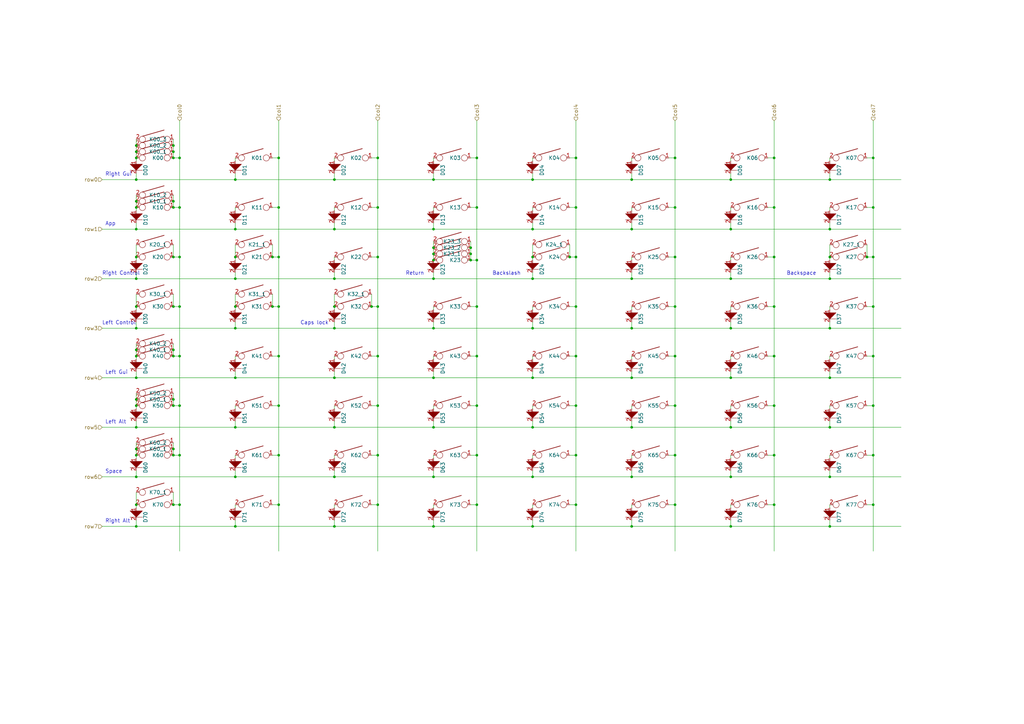
<source format=kicad_sch>
(kicad_sch (version 20230121) (generator eeschema)
  (paper "A3")
  (title_block (title "xKB64 keyboard PCB") (date "2015/03") (rev "A") (company "TMK, Tokyo JAPAN"))
  (junction (at 71.12 186.69))
  (junction (at 195.58 207.01))
  (junction (at 114.3 125.73))
  (junction (at 55.88 195.58))
  (junction (at 195.58 106.68))
  (junction (at 358.14 105.41))
  (junction (at 114.3 186.69))
  (junction (at 276.86 166.37))
  (junction (at 177.8 134.62))
  (junction (at 236.22 125.73))
  (junction (at 177.8 154.94))
  (junction (at 358.14 186.69))
  (junction (at 340.36 73.66))
  (junction (at 71.12 64.77))
  (junction (at 71.12 82.55))
  (junction (at 218.44 175.26))
  (junction (at 154.94 105.41))
  (junction (at 299.72 175.26))
  (junction (at 71.12 143.51))
  (junction (at 259.08 215.9))
  (junction (at 55.88 134.62))
  (junction (at 73.66 146.05))
  (junction (at 137.16 134.62))
  (junction (at 193.04 106.68))
  (junction (at 55.88 114.3))
  (junction (at 55.88 207.01))
  (junction (at 358.14 64.77))
  (junction (at 177.8 114.3))
  (junction (at 233.68 105.41))
  (junction (at 55.88 85.09))
  (junction (at 55.88 125.73))
  (junction (at 73.66 186.69))
  (junction (at 236.22 85.09))
  (junction (at 55.88 64.77))
  (junction (at 154.94 125.73))
  (junction (at 55.88 215.9))
  (junction (at 317.5 85.09))
  (junction (at 55.88 143.51))
  (junction (at 71.12 105.41))
  (junction (at 358.14 85.09))
  (junction (at 299.72 195.58))
  (junction (at 96.52 154.94))
  (junction (at 55.88 146.05))
  (junction (at 154.94 64.77))
  (junction (at 259.08 73.66))
  (junction (at 137.16 93.98))
  (junction (at 137.16 195.58))
  (junction (at 71.12 125.73))
  (junction (at 55.88 105.41))
  (junction (at 55.88 62.23))
  (junction (at 177.8 101.6))
  (junction (at 340.36 154.94))
  (junction (at 218.44 134.62))
  (junction (at 193.04 101.6))
  (junction (at 111.76 105.41))
  (junction (at 195.58 64.77))
  (junction (at 154.94 85.09))
  (junction (at 71.12 163.83))
  (junction (at 340.36 195.58))
  (junction (at 71.12 207.01))
  (junction (at 276.86 186.69))
  (junction (at 276.86 64.77))
  (junction (at 152.4 125.73))
  (junction (at 236.22 105.41))
  (junction (at 259.08 134.62))
  (junction (at 71.12 59.69))
  (junction (at 177.8 195.58))
  (junction (at 340.36 175.26))
  (junction (at 317.5 186.69))
  (junction (at 154.94 146.05))
  (junction (at 317.5 146.05))
  (junction (at 299.72 134.62))
  (junction (at 276.86 105.41))
  (junction (at 55.88 184.15))
  (junction (at 96.52 105.41))
  (junction (at 55.88 59.69))
  (junction (at 195.58 125.73))
  (junction (at 299.72 154.94))
  (junction (at 137.16 114.3))
  (junction (at 137.16 73.66))
  (junction (at 177.8 93.98))
  (junction (at 55.88 82.55))
  (junction (at 73.66 207.01))
  (junction (at 177.8 175.26))
  (junction (at 73.66 64.77))
  (junction (at 96.52 134.62))
  (junction (at 114.3 105.41))
  (junction (at 55.88 175.26))
  (junction (at 114.3 64.77))
  (junction (at 299.72 114.3))
  (junction (at 358.14 146.05))
  (junction (at 137.16 175.26))
  (junction (at 218.44 154.94))
  (junction (at 73.66 125.73))
  (junction (at 71.12 166.37))
  (junction (at 114.3 207.01))
  (junction (at 177.8 104.14))
  (junction (at 154.94 207.01))
  (junction (at 317.5 64.77))
  (junction (at 317.5 125.73))
  (junction (at 317.5 207.01))
  (junction (at 111.76 125.73))
  (junction (at 340.36 105.41))
  (junction (at 73.66 166.37))
  (junction (at 55.88 154.94))
  (junction (at 317.5 166.37))
  (junction (at 236.22 166.37))
  (junction (at 96.52 114.3))
  (junction (at 299.72 215.9))
  (junction (at 259.08 195.58))
  (junction (at 177.8 106.68))
  (junction (at 340.36 215.9))
  (junction (at 177.8 73.66))
  (junction (at 299.72 93.98))
  (junction (at 276.86 146.05))
  (junction (at 154.94 186.69))
  (junction (at 259.08 154.94))
  (junction (at 259.08 175.26))
  (junction (at 195.58 166.37))
  (junction (at 340.36 93.98))
  (junction (at 236.22 186.69))
  (junction (at 299.72 73.66))
  (junction (at 137.16 215.9))
  (junction (at 259.08 93.98))
  (junction (at 114.3 85.09))
  (junction (at 236.22 207.01))
  (junction (at 96.52 215.9))
  (junction (at 154.94 166.37))
  (junction (at 218.44 195.58))
  (junction (at 137.16 154.94))
  (junction (at 96.52 93.98))
  (junction (at 96.52 195.58))
  (junction (at 114.3 166.37))
  (junction (at 317.5 105.41))
  (junction (at 218.44 73.66))
  (junction (at 55.88 186.69))
  (junction (at 236.22 64.77))
  (junction (at 73.66 105.41))
  (junction (at 218.44 215.9))
  (junction (at 195.58 85.09))
  (junction (at 96.52 125.73))
  (junction (at 114.3 146.05))
  (junction (at 195.58 186.69))
  (junction (at 55.88 73.66))
  (junction (at 195.58 146.05))
  (junction (at 55.88 93.98))
  (junction (at 96.52 73.66))
  (junction (at 358.14 125.73))
  (junction (at 218.44 93.98))
  (junction (at 71.12 146.05))
  (junction (at 355.6 105.41))
  (junction (at 96.52 175.26))
  (junction (at 340.36 114.3))
  (junction (at 358.14 207.01))
  (junction (at 358.14 166.37))
  (junction (at 236.22 146.05))
  (junction (at 73.66 85.09))
  (junction (at 137.16 125.73))
  (junction (at 193.04 104.14))
  (junction (at 55.88 163.83))
  (junction (at 276.86 85.09))
  (junction (at 177.8 215.9))
  (junction (at 55.88 166.37))
  (junction (at 218.44 114.3))
  (junction (at 276.86 125.73))
  (junction (at 71.12 85.09))
  (junction (at 259.08 114.3))
  (junction (at 71.12 184.15))
  (junction (at 218.44 105.41))
  (junction (at 276.86 207.01))
  (junction (at 71.12 62.23))
  (junction (at 340.36 134.62))
  (wire (pts (xy 236.22 146.05) (xy 236.22 166.37)))
  (wire (pts (xy 233.68 146.05) (xy 236.22 146.05)))
  (wire (pts (xy 259.08 215.9) (xy 259.08 213.36)))
  (wire (pts (xy 154.94 105.41) (xy 154.94 125.73)))
  (wire (pts (xy 177.8 134.62) (xy 218.44 134.62)))
  (wire (pts (xy 193.04 125.73) (xy 195.58 125.73)))
  (wire (pts (xy 55.88 207.01) (xy 55.88 208.28)))
  (wire (pts (xy 96.52 100.33) (xy 96.52 105.41)))
  (wire (pts (xy 137.16 114.3) (xy 137.16 111.76)))
  (wire (pts (xy 177.8 147.32) (xy 177.8 146.05)))
  (wire (pts (xy 218.44 154.94) (xy 218.44 152.4)))
  (wire (pts (xy 55.88 134.62) (xy 96.52 134.62)))
  (wire (pts (xy 299.72 134.62) (xy 340.36 134.62)))
  (wire (pts (xy 137.16 167.64) (xy 137.16 166.37)))
  (wire (pts (xy 55.88 175.26) (xy 55.88 172.72)))
  (wire (pts (xy 299.72 154.94) (xy 299.72 152.4)))
  (wire (pts (xy 259.08 106.68) (xy 259.08 105.41)))
  (wire (pts (xy 73.66 186.69) (xy 73.66 207.01)))
  (wire (pts (xy 152.4 186.69) (xy 154.94 186.69)))
  (wire (pts (xy 299.72 195.58) (xy 299.72 193.04)))
  (wire (pts (xy 55.88 73.66) (xy 55.88 71.12)))
  (wire (pts (xy 177.8 175.26) (xy 218.44 175.26)))
  (wire (pts (xy 299.72 195.58) (xy 340.36 195.58)))
  (wire (pts (xy 71.12 201.93) (xy 71.12 207.01)))
  (wire (pts (xy 195.58 64.77) (xy 195.58 85.09)))
  (wire (pts (xy 340.36 215.9) (xy 340.36 213.36)))
  (wire (pts (xy 137.16 187.96) (xy 137.16 186.69)))
  (wire (pts (xy 340.36 93.98) (xy 369.57 93.98)))
  (wire (pts (xy 358.14 105.41) (xy 358.14 125.73)))
  (wire (pts (xy 73.66 207.01) (xy 73.66 226.06)))
  (wire (pts (xy 236.22 49.53) (xy 236.22 64.77)))
  (wire (pts (xy 55.88 195.58) (xy 55.88 193.04)))
  (wire (pts (xy 177.8 215.9) (xy 218.44 215.9)))
  (wire (pts (xy 137.16 134.62) (xy 137.16 132.08)))
  (wire (pts (xy 236.22 125.73) (xy 236.22 146.05)))
  (wire (pts (xy 317.5 207.01) (xy 317.5 226.06)))
  (wire (pts (xy 355.6 85.09) (xy 358.14 85.09)))
  (wire (pts (xy 96.52 154.94) (xy 96.52 152.4)))
  (wire (pts (xy 355.6 100.33) (xy 355.6 105.41)))
  (wire (pts (xy 96.52 86.36) (xy 96.52 85.09)))
  (wire (pts (xy 177.8 93.98) (xy 177.8 91.44)))
  (wire (pts (xy 177.8 114.3) (xy 218.44 114.3)))
  (wire (pts (xy 236.22 85.09) (xy 236.22 105.41)))
  (wire (pts (xy 195.58 85.09) (xy 195.58 106.68)))
  (wire (pts (xy 355.6 64.77) (xy 358.14 64.77)))
  (wire (pts (xy 55.88 114.3) (xy 55.88 111.76)))
  (wire (pts (xy 137.16 106.68) (xy 137.16 105.41)))
  (wire (pts (xy 317.5 85.09) (xy 317.5 105.41)))
  (wire (pts (xy 114.3 207.01) (xy 114.3 226.06)))
  (wire (pts (xy 41.91 175.26) (xy 55.88 175.26)))
  (wire (pts (xy 41.91 93.98) (xy 55.88 93.98)))
  (wire (pts (xy 274.32 186.69) (xy 276.86 186.69)))
  (wire (pts (xy 152.4 146.05) (xy 154.94 146.05)))
  (wire (pts (xy 259.08 66.04) (xy 259.08 64.77)))
  (wire (pts (xy 358.14 166.37) (xy 358.14 186.69)))
  (wire (pts (xy 276.86 166.37) (xy 276.86 186.69)))
  (wire (pts (xy 193.04 146.05) (xy 195.58 146.05)))
  (wire (pts (xy 340.36 175.26) (xy 340.36 172.72)))
  (wire (pts (xy 340.36 175.26) (xy 369.57 175.26)))
  (wire (pts (xy 154.94 186.69) (xy 154.94 207.01)))
  (wire (pts (xy 55.88 143.51) (xy 55.88 146.05)))
  (wire (pts (xy 340.36 147.32) (xy 340.36 146.05)))
  (wire (pts (xy 137.16 86.36) (xy 137.16 85.09)))
  (wire (pts (xy 55.88 120.65) (xy 55.88 125.73)))
  (wire (pts (xy 236.22 186.69) (xy 236.22 207.01)))
  (wire (pts (xy 96.52 105.41) (xy 96.52 106.68)))
  (wire (pts (xy 355.6 125.73) (xy 358.14 125.73)))
  (wire (pts (xy 259.08 187.96) (xy 259.08 186.69)))
  (wire (pts (xy 340.36 86.36) (xy 340.36 85.09)))
  (wire (pts (xy 299.72 73.66) (xy 299.72 71.12)))
  (wire (pts (xy 259.08 73.66) (xy 259.08 71.12)))
  (wire (pts (xy 71.12 120.65) (xy 71.12 125.73)))
  (wire (pts (xy 137.16 66.04) (xy 137.16 64.77)))
  (wire (pts (xy 71.12 181.61) (xy 71.12 184.15)))
  (wire (pts (xy 218.44 208.28) (xy 218.44 207.01)))
  (wire (pts (xy 55.88 201.93) (xy 55.88 207.01)))
  (wire (pts (xy 114.3 125.73) (xy 114.3 146.05)))
  (wire (pts (xy 177.8 154.94) (xy 177.8 152.4)))
  (wire (pts (xy 137.16 195.58) (xy 177.8 195.58)))
  (wire (pts (xy 299.72 134.62) (xy 299.72 132.08)))
  (wire (pts (xy 358.14 64.77) (xy 358.14 85.09)))
  (wire (pts (xy 299.72 127) (xy 299.72 125.73)))
  (wire (pts (xy 154.94 49.53) (xy 154.94 64.77)))
  (wire (pts (xy 137.16 154.94) (xy 137.16 152.4)))
  (wire (pts (xy 340.36 73.66) (xy 340.36 71.12)))
  (wire (pts (xy 259.08 114.3) (xy 299.72 114.3)))
  (wire (pts (xy 73.66 64.77) (xy 73.66 85.09)))
  (wire (pts (xy 299.72 175.26) (xy 299.72 172.72)))
  (wire (pts (xy 96.52 125.73) (xy 96.52 127)))
  (wire (pts (xy 41.91 154.94) (xy 55.88 154.94)))
  (wire (pts (xy 96.52 154.94) (xy 137.16 154.94)))
  (wire (pts (xy 299.72 86.36) (xy 299.72 85.09)))
  (wire (pts (xy 358.14 207.01) (xy 358.14 226.06)))
  (wire (pts (xy 177.8 195.58) (xy 177.8 193.04)))
  (wire (pts (xy 358.14 125.73) (xy 358.14 146.05)))
  (wire (pts (xy 71.12 82.55) (xy 71.12 85.09)))
  (wire (pts (xy 152.4 85.09) (xy 154.94 85.09)))
  (wire (pts (xy 193.04 64.77) (xy 195.58 64.77)))
  (wire (pts (xy 55.88 163.83) (xy 55.88 166.37)))
  (wire (pts (xy 152.4 207.01) (xy 154.94 207.01)))
  (wire (pts (xy 96.52 195.58) (xy 137.16 195.58)))
  (wire (pts (xy 218.44 86.36) (xy 218.44 85.09)))
  (wire (pts (xy 96.52 114.3) (xy 96.52 111.76)))
  (wire (pts (xy 259.08 195.58) (xy 299.72 195.58)))
  (wire (pts (xy 41.91 134.62) (xy 55.88 134.62)))
  (wire (pts (xy 233.68 207.01) (xy 236.22 207.01)))
  (wire (pts (xy 276.86 105.41) (xy 276.86 125.73)))
  (wire (pts (xy 177.8 208.28) (xy 177.8 207.01)))
  (wire (pts (xy 314.96 186.69) (xy 317.5 186.69)))
  (wire (pts (xy 154.94 207.01) (xy 154.94 226.06)))
  (wire (pts (xy 233.68 105.41) (xy 233.68 100.33)))
  (wire (pts (xy 96.52 175.26) (xy 96.52 172.72)))
  (wire (pts (xy 114.3 105.41) (xy 114.3 125.73)))
  (wire (pts (xy 96.52 120.65) (xy 96.52 125.73)))
  (wire (pts (xy 177.8 93.98) (xy 218.44 93.98)))
  (wire (pts (xy 71.12 59.69) (xy 71.12 62.23)))
  (wire (pts (xy 218.44 134.62) (xy 218.44 132.08)))
  (wire (pts (xy 299.72 66.04) (xy 299.72 64.77)))
  (wire (pts (xy 55.88 175.26) (xy 96.52 175.26)))
  (wire (pts (xy 73.66 166.37) (xy 73.66 186.69)))
  (wire (pts (xy 299.72 208.28) (xy 299.72 207.01)))
  (wire (pts (xy 55.88 85.09) (xy 55.88 86.36)))
  (wire (pts (xy 274.32 85.09) (xy 276.86 85.09)))
  (wire (pts (xy 314.96 105.41) (xy 317.5 105.41)))
  (wire (pts (xy 177.8 195.58) (xy 218.44 195.58)))
  (wire (pts (xy 177.8 104.14) (xy 177.8 106.68)))
  (wire (pts (xy 55.88 114.3) (xy 96.52 114.3)))
  (wire (pts (xy 259.08 195.58) (xy 259.08 193.04)))
  (wire (pts (xy 259.08 175.26) (xy 299.72 175.26)))
  (wire (pts (xy 340.36 127) (xy 340.36 125.73)))
  (wire (pts (xy 314.96 85.09) (xy 317.5 85.09)))
  (wire (pts (xy 299.72 114.3) (xy 299.72 111.76)))
  (wire (pts (xy 276.86 186.69) (xy 276.86 207.01)))
  (wire (pts (xy 111.76 166.37) (xy 114.3 166.37)))
  (wire (pts (xy 218.44 73.66) (xy 218.44 71.12)))
  (wire (pts (xy 71.12 161.29) (xy 71.12 163.83)))
  (wire (pts (xy 218.44 127) (xy 218.44 125.73)))
  (wire (pts (xy 177.8 114.3) (xy 177.8 111.76)))
  (wire (pts (xy 114.3 49.53) (xy 114.3 64.77)))
  (wire (pts (xy 177.8 101.6) (xy 177.8 104.14)))
  (wire (pts (xy 314.96 146.05) (xy 317.5 146.05)))
  (wire (pts (xy 355.6 186.69) (xy 358.14 186.69)))
  (wire (pts (xy 71.12 146.05) (xy 73.66 146.05)))
  (wire (pts (xy 71.12 62.23) (xy 71.12 64.77)))
  (wire (pts (xy 55.88 105.41) (xy 55.88 106.68)))
  (wire (pts (xy 96.52 73.66) (xy 96.52 71.12)))
  (wire (pts (xy 299.72 215.9) (xy 340.36 215.9)))
  (wire (pts (xy 299.72 167.64) (xy 299.72 166.37)))
  (wire (pts (xy 96.52 93.98) (xy 137.16 93.98)))
  (wire (pts (xy 358.14 85.09) (xy 358.14 105.41)))
  (wire (pts (xy 114.3 186.69) (xy 114.3 207.01)))
  (wire (pts (xy 259.08 208.28) (xy 259.08 207.01)))
  (wire (pts (xy 259.08 114.3) (xy 259.08 111.76)))
  (wire (pts (xy 218.44 195.58) (xy 259.08 195.58)))
  (wire (pts (xy 193.04 85.09) (xy 195.58 85.09)))
  (wire (pts (xy 340.36 134.62) (xy 340.36 132.08)))
  (wire (pts (xy 317.5 64.77) (xy 317.5 85.09)))
  (wire (pts (xy 276.86 125.73) (xy 276.86 146.05)))
  (wire (pts (xy 340.36 215.9) (xy 369.57 215.9)))
  (wire (pts (xy 340.36 73.66) (xy 369.57 73.66)))
  (wire (pts (xy 137.16 208.28) (xy 137.16 207.01)))
  (wire (pts (xy 195.58 186.69) (xy 195.58 207.01)))
  (wire (pts (xy 193.04 186.69) (xy 195.58 186.69)))
  (wire (pts (xy 218.44 175.26) (xy 259.08 175.26)))
  (wire (pts (xy 55.88 80.01) (xy 55.88 82.55)))
  (wire (pts (xy 236.22 105.41) (xy 236.22 125.73)))
  (wire (pts (xy 55.88 195.58) (xy 96.52 195.58)))
  (wire (pts (xy 111.76 120.65) (xy 111.76 125.73)))
  (wire (pts (xy 73.66 85.09) (xy 73.66 105.41)))
  (wire (pts (xy 177.8 187.96) (xy 177.8 186.69)))
  (wire (pts (xy 233.68 166.37) (xy 236.22 166.37)))
  (wire (pts (xy 55.88 215.9) (xy 96.52 215.9)))
  (wire (pts (xy 55.88 154.94) (xy 55.88 152.4)))
  (wire (pts (xy 317.5 186.69) (xy 317.5 207.01)))
  (wire (pts (xy 73.66 125.73) (xy 73.66 146.05)))
  (wire (pts (xy 55.88 184.15) (xy 55.88 186.69)))
  (wire (pts (xy 195.58 106.68) (xy 195.58 125.73)))
  (wire (pts (xy 177.8 215.9) (xy 177.8 213.36)))
  (wire (pts (xy 55.88 82.55) (xy 55.88 85.09)))
  (wire (pts (xy 218.44 114.3) (xy 218.44 111.76)))
  (wire (pts (xy 96.52 187.96) (xy 96.52 186.69)))
  (wire (pts (xy 218.44 93.98) (xy 259.08 93.98)))
  (wire (pts (xy 96.52 167.64) (xy 96.52 166.37)))
  (wire (pts (xy 193.04 106.68) (xy 193.04 104.14)))
  (wire (pts (xy 355.6 146.05) (xy 358.14 146.05)))
  (wire (pts (xy 276.86 207.01) (xy 276.86 226.06)))
  (wire (pts (xy 55.88 140.97) (xy 55.88 143.51)))
  (wire (pts (xy 55.88 93.98) (xy 96.52 93.98)))
  (wire (pts (xy 177.8 86.36) (xy 177.8 85.09)))
  (wire (pts (xy 96.52 114.3) (xy 137.16 114.3)))
  (wire (pts (xy 340.36 66.04) (xy 340.36 64.77)))
  (wire (pts (xy 195.58 166.37) (xy 195.58 186.69)))
  (wire (pts (xy 218.44 105.41) (xy 218.44 106.68)))
  (wire (pts (xy 195.58 146.05) (xy 195.58 166.37)))
  (wire (pts (xy 259.08 73.66) (xy 299.72 73.66)))
  (wire (pts (xy 314.96 207.01) (xy 317.5 207.01)))
  (wire (pts (xy 111.76 186.69) (xy 114.3 186.69)))
  (wire (pts (xy 236.22 64.77) (xy 236.22 85.09)))
  (wire (pts (xy 55.88 186.69) (xy 55.88 187.96)))
  (wire (pts (xy 218.44 215.9) (xy 218.44 213.36)))
  (wire (pts (xy 259.08 134.62) (xy 299.72 134.62)))
  (wire (pts (xy 96.52 215.9) (xy 96.52 213.36)))
  (wire (pts (xy 96.52 215.9) (xy 137.16 215.9)))
  (wire (pts (xy 218.44 215.9) (xy 259.08 215.9)))
  (wire (pts (xy 259.08 134.62) (xy 259.08 132.08)))
  (wire (pts (xy 114.3 85.09) (xy 114.3 105.41)))
  (wire (pts (xy 71.12 80.01) (xy 71.12 82.55)))
  (wire (pts (xy 340.36 167.64) (xy 340.36 166.37)))
  (wire (pts (xy 299.72 175.26) (xy 340.36 175.26)))
  (wire (pts (xy 340.36 154.94) (xy 340.36 152.4)))
  (wire (pts (xy 259.08 154.94) (xy 259.08 152.4)))
  (wire (pts (xy 193.04 101.6) (xy 193.04 99.06)))
  (wire (pts (xy 152.4 105.41) (xy 154.94 105.41)))
  (wire (pts (xy 55.88 161.29) (xy 55.88 163.83)))
  (wire (pts (xy 71.12 207.01) (xy 73.66 207.01)))
  (wire (pts (xy 55.88 73.66) (xy 96.52 73.66)))
  (wire (pts (xy 41.91 114.3) (xy 55.88 114.3)))
  (wire (pts (xy 218.44 114.3) (xy 259.08 114.3)))
  (wire (pts (xy 299.72 106.68) (xy 299.72 105.41)))
  (wire (pts (xy 274.32 125.73) (xy 276.86 125.73)))
  (wire (pts (xy 177.8 127) (xy 177.8 125.73)))
  (wire (pts (xy 55.88 62.23) (xy 55.88 64.77)))
  (wire (pts (xy 154.94 146.05) (xy 154.94 166.37)))
  (wire (pts (xy 71.12 143.51) (xy 71.12 146.05)))
  (wire (pts (xy 71.12 184.15) (xy 71.12 186.69)))
  (wire (pts (xy 340.36 100.33) (xy 340.36 105.41)))
  (wire (pts (xy 340.36 114.3) (xy 369.57 114.3)))
  (wire (pts (xy 236.22 207.01) (xy 236.22 226.06)))
  (wire (pts (xy 154.94 85.09) (xy 154.94 105.41)))
  (wire (pts (xy 218.44 93.98) (xy 218.44 91.44)))
  (wire (pts (xy 340.36 195.58) (xy 369.57 195.58)))
  (wire (pts (xy 96.52 73.66) (xy 137.16 73.66)))
  (wire (pts (xy 195.58 207.01) (xy 195.58 226.06)))
  (wire (pts (xy 299.72 114.3) (xy 340.36 114.3)))
  (wire (pts (xy 137.16 114.3) (xy 177.8 114.3)))
  (wire (pts (xy 71.12 64.77) (xy 73.66 64.77)))
  (wire (pts (xy 233.68 85.09) (xy 236.22 85.09)))
  (wire (pts (xy 177.8 66.04) (xy 177.8 64.77)))
  (wire (pts (xy 299.72 187.96) (xy 299.72 186.69)))
  (wire (pts (xy 259.08 215.9) (xy 299.72 215.9)))
  (wire (pts (xy 55.88 134.62) (xy 55.88 132.08)))
  (wire (pts (xy 299.72 147.32) (xy 299.72 146.05)))
  (wire (pts (xy 71.12 105.41) (xy 73.66 105.41)))
  (wire (pts (xy 274.32 105.41) (xy 276.86 105.41)))
  (wire (pts (xy 137.16 73.66) (xy 137.16 71.12)))
  (wire (pts (xy 96.52 134.62) (xy 96.52 132.08)))
  (wire (pts (xy 137.16 93.98) (xy 177.8 93.98)))
  (wire (pts (xy 137.16 73.66) (xy 177.8 73.66)))
  (wire (pts (xy 177.8 73.66) (xy 177.8 71.12)))
  (wire (pts (xy 55.88 125.73) (xy 55.88 127)))
  (wire (pts (xy 233.68 64.77) (xy 236.22 64.77)))
  (wire (pts (xy 177.8 154.94) (xy 218.44 154.94)))
  (wire (pts (xy 111.76 105.41) (xy 114.3 105.41)))
  (wire (pts (xy 177.8 167.64) (xy 177.8 166.37)))
  (wire (pts (xy 152.4 125.73) (xy 152.4 120.65)))
  (wire (pts (xy 96.52 134.62) (xy 137.16 134.62)))
  (wire (pts (xy 137.16 215.9) (xy 137.16 213.36)))
  (wire (pts (xy 218.44 147.32) (xy 218.44 146.05)))
  (wire (pts (xy 233.68 186.69) (xy 236.22 186.69)))
  (wire (pts (xy 299.72 215.9) (xy 299.72 213.36)))
  (wire (pts (xy 55.88 166.37) (xy 55.88 167.64)))
  (wire (pts (xy 276.86 49.53) (xy 276.86 64.77)))
  (wire (pts (xy 177.8 99.06) (xy 177.8 101.6)))
  (wire (pts (xy 71.12 186.69) (xy 73.66 186.69)))
  (wire (pts (xy 73.66 49.53) (xy 73.66 64.77)))
  (wire (pts (xy 195.58 106.68) (xy 193.04 106.68)))
  (wire (pts (xy 177.8 175.26) (xy 177.8 172.72)))
  (wire (pts (xy 259.08 93.98) (xy 299.72 93.98)))
  (wire (pts (xy 96.52 93.98) (xy 96.52 91.44)))
  (wire (pts (xy 137.16 215.9) (xy 177.8 215.9)))
  (wire (pts (xy 55.88 100.33) (xy 55.88 105.41)))
  (wire (pts (xy 340.36 93.98) (xy 340.36 91.44)))
  (wire (pts (xy 259.08 127) (xy 259.08 125.73)))
  (wire (pts (xy 274.32 64.77) (xy 276.86 64.77)))
  (wire (pts (xy 137.16 154.94) (xy 177.8 154.94)))
  (wire (pts (xy 218.44 167.64) (xy 218.44 166.37)))
  (wire (pts (xy 73.66 105.41) (xy 73.66 125.73)))
  (wire (pts (xy 218.44 195.58) (xy 218.44 193.04)))
  (wire (pts (xy 154.94 166.37) (xy 154.94 186.69)))
  (wire (pts (xy 259.08 154.94) (xy 299.72 154.94)))
  (wire (pts (xy 358.14 186.69) (xy 358.14 207.01)))
  (wire (pts (xy 41.91 195.58) (xy 55.88 195.58)))
  (wire (pts (xy 96.52 175.26) (xy 137.16 175.26)))
  (wire (pts (xy 71.12 125.73) (xy 73.66 125.73)))
  (wire (pts (xy 114.3 146.05) (xy 114.3 166.37)))
  (wire (pts (xy 114.3 64.77) (xy 114.3 85.09)))
  (wire (pts (xy 259.08 175.26) (xy 259.08 172.72)))
  (wire (pts (xy 233.68 105.41) (xy 236.22 105.41)))
  (wire (pts (xy 137.16 120.65) (xy 137.16 125.73)))
  (wire (pts (xy 340.36 208.28) (xy 340.36 207.01)))
  (wire (pts (xy 71.12 100.33) (xy 71.12 105.41)))
  (wire (pts (xy 299.72 93.98) (xy 340.36 93.98)))
  (wire (pts (xy 314.96 166.37) (xy 317.5 166.37)))
  (wire (pts (xy 137.16 93.98) (xy 137.16 91.44)))
  (wire (pts (xy 177.8 73.66) (xy 218.44 73.66)))
  (wire (pts (xy 152.4 125.73) (xy 154.94 125.73)))
  (wire (pts (xy 218.44 66.04) (xy 218.44 64.77)))
  (wire (pts (xy 41.91 73.66) (xy 55.88 73.66)))
  (wire (pts (xy 114.3 166.37) (xy 114.3 186.69)))
  (wire (pts (xy 218.44 73.66) (xy 259.08 73.66)))
  (wire (pts (xy 55.88 57.15) (xy 55.88 59.69)))
  (wire (pts (xy 340.36 134.62) (xy 369.57 134.62)))
  (wire (pts (xy 193.04 207.01) (xy 195.58 207.01)))
  (wire (pts (xy 96.52 66.04) (xy 96.52 64.77)))
  (wire (pts (xy 154.94 125.73) (xy 154.94 146.05)))
  (wire (pts (xy 71.12 57.15) (xy 71.12 59.69)))
  (wire (pts (xy 358.14 146.05) (xy 358.14 166.37)))
  (wire (pts (xy 111.76 125.73) (xy 114.3 125.73)))
  (wire (pts (xy 274.32 207.01) (xy 276.86 207.01)))
  (wire (pts (xy 218.44 100.33) (xy 218.44 105.41)))
  (wire (pts (xy 137.16 147.32) (xy 137.16 146.05)))
  (wire (pts (xy 55.88 154.94) (xy 96.52 154.94)))
  (wire (pts (xy 71.12 85.09) (xy 73.66 85.09)))
  (wire (pts (xy 340.36 195.58) (xy 340.36 193.04)))
  (wire (pts (xy 340.36 105.41) (xy 340.36 106.68)))
  (wire (pts (xy 355.6 207.01) (xy 358.14 207.01)))
  (wire (pts (xy 111.76 207.01) (xy 114.3 207.01)))
  (wire (pts (xy 195.58 49.53) (xy 195.58 64.77)))
  (wire (pts (xy 259.08 167.64) (xy 259.08 166.37)))
  (wire (pts (xy 218.44 175.26) (xy 218.44 172.72)))
  (wire (pts (xy 299.72 93.98) (xy 299.72 91.44)))
  (wire (pts (xy 276.86 64.77) (xy 276.86 85.09)))
  (wire (pts (xy 299.72 154.94) (xy 340.36 154.94)))
  (wire (pts (xy 355.6 166.37) (xy 358.14 166.37)))
  (wire (pts (xy 96.52 147.32) (xy 96.52 146.05)))
  (wire (pts (xy 96.52 208.28) (xy 96.52 207.01)))
  (wire (pts (xy 55.88 93.98) (xy 55.88 91.44)))
  (wire (pts (xy 71.12 166.37) (xy 73.66 166.37)))
  (wire (pts (xy 193.04 166.37) (xy 195.58 166.37)))
  (wire (pts (xy 274.32 146.05) (xy 276.86 146.05)))
  (wire (pts (xy 355.6 105.41) (xy 358.14 105.41)))
  (wire (pts (xy 111.76 100.33) (xy 111.76 105.41)))
  (wire (pts (xy 317.5 146.05) (xy 317.5 166.37)))
  (wire (pts (xy 111.76 85.09) (xy 114.3 85.09)))
  (wire (pts (xy 193.04 104.14) (xy 193.04 101.6)))
  (wire (pts (xy 317.5 125.73) (xy 317.5 146.05)))
  (wire (pts (xy 71.12 163.83) (xy 71.12 166.37)))
  (wire (pts (xy 218.44 154.94) (xy 259.08 154.94)))
  (wire (pts (xy 55.88 181.61) (xy 55.88 184.15)))
  (wire (pts (xy 274.32 166.37) (xy 276.86 166.37)))
  (wire (pts (xy 177.8 134.62) (xy 177.8 132.08)))
  (wire (pts (xy 152.4 166.37) (xy 154.94 166.37)))
  (wire (pts (xy 137.16 175.26) (xy 177.8 175.26)))
  (wire (pts (xy 55.88 146.05) (xy 55.88 147.32)))
  (wire (pts (xy 73.66 146.05) (xy 73.66 166.37)))
  (wire (pts (xy 152.4 64.77) (xy 154.94 64.77)))
  (wire (pts (xy 55.88 215.9) (xy 55.88 213.36)))
  (wire (pts (xy 317.5 105.41) (xy 317.5 125.73)))
  (wire (pts (xy 236.22 166.37) (xy 236.22 186.69)))
  (wire (pts (xy 55.88 64.77) (xy 55.88 66.04)))
  (wire (pts (xy 358.14 49.53) (xy 358.14 64.77)))
  (wire (pts (xy 195.58 125.73) (xy 195.58 146.05)))
  (wire (pts (xy 259.08 93.98) (xy 259.08 91.44)))
  (wire (pts (xy 111.76 146.05) (xy 114.3 146.05)))
  (wire (pts (xy 340.36 187.96) (xy 340.36 186.69)))
  (wire (pts (xy 71.12 140.97) (xy 71.12 143.51)))
  (wire (pts (xy 218.44 134.62) (xy 259.08 134.62)))
  (wire (pts (xy 317.5 49.53) (xy 317.5 64.77)))
  (wire (pts (xy 137.16 134.62) (xy 177.8 134.62)))
  (wire (pts (xy 218.44 187.96) (xy 218.44 186.69)))
  (wire (pts (xy 55.88 59.69) (xy 55.88 62.23)))
  (wire (pts (xy 137.16 125.73) (xy 137.16 127)))
  (wire (pts (xy 233.68 125.73) (xy 236.22 125.73)))
  (wire (pts (xy 111.76 64.77) (xy 114.3 64.77)))
  (wire (pts (xy 276.86 146.05) (xy 276.86 166.37)))
  (wire (pts (xy 276.86 85.09) (xy 276.86 105.41)))
  (wire (pts (xy 314.96 125.73) (xy 317.5 125.73)))
  (wire (pts (xy 137.16 175.26) (xy 137.16 172.72)))
  (wire (pts (xy 137.16 195.58) (xy 137.16 193.04)))
  (wire (pts (xy 154.94 64.77) (xy 154.94 85.09)))
  (wire (pts (xy 340.36 114.3) (xy 340.36 111.76)))
  (wire (pts (xy 317.5 166.37) (xy 317.5 186.69)))
  (wire (pts (xy 299.72 73.66) (xy 340.36 73.66)))
  (wire (pts (xy 259.08 86.36) (xy 259.08 85.09)))
  (wire (pts (xy 314.96 64.77) (xy 317.5 64.77)))
  (wire (pts (xy 340.36 154.94) (xy 369.57 154.94)))
  (wire (pts (xy 41.91 215.9) (xy 55.88 215.9)))
  (wire (pts (xy 96.52 195.58) (xy 96.52 193.04)))
  (wire (pts (xy 259.08 147.32) (xy 259.08 146.05)))
  (text "Return" (at 166.37 113.03 0) (effects (font (size 1.524 1.524)) (justify left bottom)))
  (text "Right Control" (at 41.91 113.03 0) (effects (font (size 1.524 1.524)) (justify left bottom)))
  (text "Space" (at 43.18 194.31 0) (effects (font (size 1.524 1.524)) (justify left bottom)))
  (text "Left Alt" (at 43.18 173.99 0) (effects (font (size 1.524 1.524)) (justify left bottom)))
  (text "Backspace" (at 322.58 113.03 0) (effects (font (size 1.524 1.524)) (justify left bottom)))
  (text "Left Control" (at 41.91 133.35 0) (effects (font (size 1.524 1.524)) (justify left bottom)))
  (text "Left Gui" (at 43.18 153.67 0) (effects (font (size 1.524 1.524)) (justify left bottom)))
  (text "Backslash" (at 201.93 113.03 0) (effects (font (size 1.524 1.524)) (justify left bottom)))
  (text "Right Alt" (at 43.18 214.63 0) (effects (font (size 1.524 1.524)) (justify left bottom)))
  (text "Right Gui" (at 43.18 72.39 0) (effects (font (size 1.524 1.524)) (justify left bottom)))
  (text "App" (at 43.18 92.71 0) (effects (font (size 1.524 1.524)) (justify left bottom)))
  (text "Caps lock" (at 123.19 133.35 0) (effects (font (size 1.524 1.524)) (justify left bottom)))
  (hierarchical_label "col2" (shape input) (at 154.94 49.53 90) (effects (font (size 1.524 1.524))))
  (hierarchical_label "col7" (shape input) (at 358.14 49.53 90) (effects (font (size 1.524 1.524))))
  (hierarchical_label "row7" (shape input) (at 41.91 215.9 180) (effects (font (size 1.524 1.524))))
  (hierarchical_label "row6" (shape input) (at 41.91 195.58 180) (effects (font (size 1.524 1.524))))
  (hierarchical_label "row1" (shape input) (at 41.91 93.98 180) (effects (font (size 1.524 1.524))))
  (hierarchical_label "col5" (shape input) (at 276.86 49.53 90) (effects (font (size 1.524 1.524))))
  (hierarchical_label "col6" (shape input) (at 317.5 49.53 90) (effects (font (size 1.524 1.524))))
  (hierarchical_label "col3" (shape input) (at 195.58 49.53 90) (effects (font (size 1.524 1.524))))
  (hierarchical_label "row4" (shape input) (at 41.91 154.94 180) (effects (font (size 1.524 1.524))))
  (hierarchical_label "row5" (shape input) (at 41.91 175.26 180) (effects (font (size 1.524 1.524))))
  (hierarchical_label "col1" (shape input) (at 114.3 49.53 90) (effects (font (size 1.524 1.524))))
  (hierarchical_label "col4" (shape input) (at 236.22 49.53 90) (effects (font (size 1.524 1.524))))
  (hierarchical_label "col0" (shape input) (at 73.66 49.53 90) (effects (font (size 1.524 1.524))))
  (hierarchical_label "row2" (shape input) (at 41.91 114.3 180) (effects (font (size 1.524 1.524))))
  (hierarchical_label "row3" (shape input) (at 41.91 134.62 180) (effects (font (size 1.524 1.524))))
  (hierarchical_label "row0" (shape input) (at 41.91 73.66 180) (effects (font (size 1.524 1.524))))
  (symbol (lib_id "alps64-rescue:D-keyboard_parts") (at 55.88 69.85 180) (unit 1)
    (property "Reference" "D00" (at 59.69 69.85 90) (effects (font (size 1.524 1.524))))
    (property "Value" "D" (effects hide))
    (property "Footprint" "keyboard_parts:D_SOD123_axial" (effects hide))
  )
  (symbol (lib_id "alps64-rescue:KEYSW-keyboard_parts") (at 307.34 146.05 0) (unit 1)
    (property "Reference" "K46" (at 308.61 146.05 0) (effects (font (size 1.524 1.524))))
    (property "Value" "KEYSW" (effects hide))
    (property "Footprint" "keyboard_parts:ALPS_SKCM" (effects hide))
  )
  (symbol (lib_id "alps64-rescue:D-keyboard_parts") (at 55.88 90.17 180) (unit 1)
    (property "Reference" "D10" (at 59.69 90.17 90) (effects (font (size 1.524 1.524))))
    (property "Value" "D" (effects hide))
    (property "Footprint" "keyboard_parts:D_SOD123_axial" (effects hide))
  )
  (symbol (lib_id "alps64-rescue:KEYSW-keyboard_parts") (at 63.5 85.09 0) (unit 1)
    (property "Reference" "K10" (at 64.77 85.09 0) (effects (font (size 1.524 1.524))))
    (property "Value" "KEYSW" (effects hide))
    (property "Footprint" "keyboard_parts:ALPS_SKCM" (effects hide))
  )
  (symbol (lib_id "alps64-rescue:D-keyboard_parts") (at 55.88 110.49 180) (unit 1)
    (property "Reference" "D20" (at 59.69 110.49 90) (effects (font (size 1.524 1.524))))
    (property "Value" "D" (effects hide))
    (property "Footprint" "keyboard_parts:D_SOD123_axial" (effects hide))
  )
  (symbol (lib_id "alps64-rescue:KEYSW-keyboard_parts") (at 63.5 105.41 0) (unit 1)
    (property "Reference" "K20" (at 64.77 105.41 0) (effects (font (size 1.524 1.524))))
    (property "Value" "KEYSW" (effects hide))
    (property "Footprint" "keyboard_parts:ALPS_SKCM" (effects hide))
  )
  (symbol (lib_id "alps64-rescue:D-keyboard_parts") (at 55.88 130.81 180) (unit 1)
    (property "Reference" "D30" (at 59.69 130.81 90) (effects (font (size 1.524 1.524))))
    (property "Value" "D" (effects hide))
    (property "Footprint" "keyboard_parts:D_SOD123_axial" (effects hide))
  )
  (symbol (lib_id "alps64-rescue:KEYSW-keyboard_parts") (at 63.5 125.73 0) (unit 1)
    (property "Reference" "K30" (at 64.77 125.73 0) (effects (font (size 1.524 1.524))))
    (property "Value" "KEYSW" (effects hide))
    (property "Footprint" "keyboard_parts:ALPS_SKCM" (effects hide))
  )
  (symbol (lib_id "alps64-rescue:D-keyboard_parts") (at 55.88 151.13 180) (unit 1)
    (property "Reference" "D40" (at 59.69 151.13 90) (effects (font (size 1.524 1.524))))
    (property "Value" "D" (effects hide))
    (property "Footprint" "keyboard_parts:D_SOD123_axial" (effects hide))
  )
  (symbol (lib_id "alps64-rescue:KEYSW-keyboard_parts") (at 63.5 146.05 0) (unit 1)
    (property "Reference" "K40" (at 64.77 146.05 0) (effects (font (size 1.524 1.524))))
    (property "Value" "KEYSW" (effects hide))
    (property "Footprint" "keyboard_parts:ALPS_SKCM" (effects hide))
  )
  (symbol (lib_id "alps64-rescue:D-keyboard_parts") (at 55.88 171.45 180) (unit 1)
    (property "Reference" "D50" (at 59.69 171.45 90) (effects (font (size 1.524 1.524))))
    (property "Value" "D" (effects hide))
    (property "Footprint" "keyboard_parts:D_SOD123_axial" (effects hide))
  )
  (symbol (lib_id "alps64-rescue:KEYSW-keyboard_parts") (at 63.5 166.37 0) (unit 1)
    (property "Reference" "K50" (at 64.77 166.37 0) (effects (font (size 1.524 1.524))))
    (property "Value" "KEYSW" (effects hide))
    (property "Footprint" "keyboard_parts:ALPS_SKCM" (effects hide))
  )
  (symbol (lib_id "alps64-rescue:D-keyboard_parts") (at 55.88 191.77 180) (unit 1)
    (property "Reference" "D60" (at 59.69 191.77 90) (effects (font (size 1.524 1.524))))
    (property "Value" "D" (effects hide))
    (property "Footprint" "keyboard_parts:D_SOD123_axial" (effects hide))
  )
  (symbol (lib_id "alps64-rescue:KEYSW-keyboard_parts") (at 63.5 186.69 0) (unit 1)
    (property "Reference" "K60" (at 64.77 186.69 0) (effects (font (size 1.524 1.524))))
    (property "Value" "KEYSW" (effects hide))
    (property "Footprint" "keyboard_parts:ALPS_SKCM" (effects hide))
  )
  (symbol (lib_id "alps64-rescue:D-keyboard_parts") (at 55.88 212.09 180) (unit 1)
    (property "Reference" "D70" (at 59.69 212.09 90) (effects (font (size 1.524 1.524))))
    (property "Value" "D" (effects hide))
    (property "Footprint" "keyboard_parts:D_SOD123_axial" (effects hide))
  )
  (symbol (lib_id "alps64-rescue:KEYSW-keyboard_parts") (at 63.5 207.01 0) (unit 1)
    (property "Reference" "K70" (at 64.77 207.01 0) (effects (font (size 1.524 1.524))))
    (property "Value" "KEYSW" (effects hide))
    (property "Footprint" "keyboard_parts:ALPS_SKCM" (effects hide))
  )
  (symbol (lib_id "alps64-rescue:D-keyboard_parts") (at 96.52 69.85 180) (unit 1)
    (property "Reference" "D01" (at 100.33 69.85 90) (effects (font (size 1.524 1.524))))
    (property "Value" "D" (effects hide))
    (property "Footprint" "keyboard_parts:D_SOD123_axial" (effects hide))
  )
  (symbol (lib_id "alps64-rescue:KEYSW-keyboard_parts") (at 104.14 64.77 0) (unit 1)
    (property "Reference" "K01" (at 105.41 64.77 0) (effects (font (size 1.524 1.524))))
    (property "Value" "KEYSW" (effects hide))
    (property "Footprint" "keyboard_parts:ALPS_SKCM" (effects hide))
  )
  (symbol (lib_id "alps64-rescue:D-keyboard_parts") (at 96.52 90.17 180) (unit 1)
    (property "Reference" "D11" (at 100.33 90.17 90) (effects (font (size 1.524 1.524))))
    (property "Value" "D" (effects hide))
    (property "Footprint" "keyboard_parts:D_SOD123_axial" (effects hide))
  )
  (symbol (lib_id "alps64-rescue:KEYSW-keyboard_parts") (at 104.14 85.09 0) (unit 1)
    (property "Reference" "K11" (at 105.41 85.09 0) (effects (font (size 1.524 1.524))))
    (property "Value" "KEYSW" (effects hide))
    (property "Footprint" "keyboard_parts:ALPS_SKCM" (effects hide))
  )
  (symbol (lib_id "alps64-rescue:D-keyboard_parts") (at 96.52 110.49 180) (unit 1)
    (property "Reference" "D21" (at 100.33 110.49 90) (effects (font (size 1.524 1.524))))
    (property "Value" "D" (effects hide))
    (property "Footprint" "keyboard_parts:D_SOD123_axial" (effects hide))
  )
  (symbol (lib_id "alps64-rescue:KEYSW-keyboard_parts") (at 104.14 105.41 0) (unit 1)
    (property "Reference" "K21" (at 105.41 105.41 0) (effects (font (size 1.524 1.524))))
    (property "Value" "KEYSW" (effects hide))
    (property "Footprint" "keyboard_parts:ALPS_SKCM" (effects hide))
  )
  (symbol (lib_id "alps64-rescue:D-keyboard_parts") (at 96.52 130.81 180) (unit 1)
    (property "Reference" "D31" (at 100.33 130.81 90) (effects (font (size 1.524 1.524))))
    (property "Value" "D" (effects hide))
    (property "Footprint" "keyboard_parts:D_SOD123_axial" (effects hide))
  )
  (symbol (lib_id "alps64-rescue:KEYSW-keyboard_parts") (at 104.14 125.73 0) (unit 1)
    (property "Reference" "K31" (at 105.41 125.73 0) (effects (font (size 1.524 1.524))))
    (property "Value" "KEYSW" (effects hide))
    (property "Footprint" "keyboard_parts:ALPS_SKCM" (effects hide))
  )
  (symbol (lib_id "alps64-rescue:D-keyboard_parts") (at 96.52 151.13 180) (unit 1)
    (property "Reference" "D41" (at 100.33 151.13 90) (effects (font (size 1.524 1.524))))
    (property "Value" "D" (effects hide))
    (property "Footprint" "keyboard_parts:D_SOD123_axial" (effects hide))
  )
  (symbol (lib_id "alps64-rescue:KEYSW-keyboard_parts") (at 104.14 146.05 0) (unit 1)
    (property "Reference" "K41" (at 105.41 146.05 0) (effects (font (size 1.524 1.524))))
    (property "Value" "KEYSW" (effects hide))
    (property "Footprint" "keyboard_parts:ALPS_SKCM" (effects hide))
  )
  (symbol (lib_id "alps64-rescue:D-keyboard_parts") (at 96.52 171.45 180) (unit 1)
    (property "Reference" "D51" (at 100.33 171.45 90) (effects (font (size 1.524 1.524))))
    (property "Value" "D" (effects hide))
    (property "Footprint" "keyboard_parts:D_SOD123_axial" (effects hide))
  )
  (symbol (lib_id "alps64-rescue:KEYSW-keyboard_parts") (at 104.14 166.37 0) (unit 1)
    (property "Reference" "K51" (at 105.41 166.37 0) (effects (font (size 1.524 1.524))))
    (property "Value" "KEYSW" (effects hide))
    (property "Footprint" "keyboard_parts:ALPS_SKCM" (effects hide))
  )
  (symbol (lib_id "alps64-rescue:D-keyboard_parts") (at 96.52 191.77 180) (unit 1)
    (property "Reference" "D61" (at 100.33 191.77 90) (effects (font (size 1.524 1.524))))
    (property "Value" "D" (effects hide))
    (property "Footprint" "keyboard_parts:D_SOD123_axial" (effects hide))
  )
  (symbol (lib_id "alps64-rescue:KEYSW-keyboard_parts") (at 104.14 186.69 0) (unit 1)
    (property "Reference" "K61" (at 105.41 186.69 0) (effects (font (size 1.524 1.524))))
    (property "Value" "KEYSW" (effects hide))
    (property "Footprint" "keyboard_parts:ALPS_SKCM" (effects hide))
  )
  (symbol (lib_id "alps64-rescue:D-keyboard_parts") (at 96.52 212.09 180) (unit 1)
    (property "Reference" "D71" (at 100.33 212.09 90) (effects (font (size 1.524 1.524))))
    (property "Value" "D" (effects hide))
    (property "Footprint" "keyboard_parts:D_SOD123_axial" (effects hide))
  )
  (symbol (lib_id "alps64-rescue:KEYSW-keyboard_parts") (at 104.14 207.01 0) (unit 1)
    (property "Reference" "K71" (at 105.41 207.01 0) (effects (font (size 1.524 1.524))))
    (property "Value" "KEYSW" (effects hide))
    (property "Footprint" "keyboard_parts:ALPS_SKCM" (effects hide))
  )
  (symbol (lib_id "alps64-rescue:D-keyboard_parts") (at 137.16 69.85 180) (unit 1)
    (property "Reference" "D02" (at 140.97 69.85 90) (effects (font (size 1.524 1.524))))
    (property "Value" "D" (effects hide))
    (property "Footprint" "keyboard_parts:D_SOD123_axial" (effects hide))
  )
  (symbol (lib_id "alps64-rescue:KEYSW-keyboard_parts") (at 266.7 207.01 0) (unit 1)
    (property "Reference" "K75" (at 267.97 207.01 0) (effects (font (size 1.524 1.524))))
    (property "Value" "KEYSW" (effects hide))
    (property "Footprint" "keyboard_parts:ALPS_SKCM" (effects hide))
  )
  (symbol (lib_id "alps64-rescue:D-keyboard_parts") (at 137.16 90.17 180) (unit 1)
    (property "Reference" "D12" (at 140.97 90.17 90) (effects (font (size 1.524 1.524))))
    (property "Value" "D" (effects hide))
    (property "Footprint" "keyboard_parts:D_SOD123_axial" (effects hide))
  )
  (symbol (lib_id "alps64-rescue:KEYSW-keyboard_parts") (at 144.78 85.09 0) (unit 1)
    (property "Reference" "K12" (at 146.05 85.09 0) (effects (font (size 1.524 1.524))))
    (property "Value" "KEYSW" (effects hide))
    (property "Footprint" "keyboard_parts:ALPS_SKCM" (effects hide))
  )
  (symbol (lib_id "alps64-rescue:D-keyboard_parts") (at 137.16 110.49 180) (unit 1)
    (property "Reference" "D22" (at 140.97 110.49 90) (effects (font (size 1.524 1.524))))
    (property "Value" "D" (effects hide))
    (property "Footprint" "keyboard_parts:D_SOD123_axial" (effects hide))
  )
  (symbol (lib_id "alps64-rescue:KEYSW-keyboard_parts") (at 144.78 105.41 0) (unit 1)
    (property "Reference" "K22" (at 146.05 105.41 0) (effects (font (size 1.524 1.524))))
    (property "Value" "KEYSW" (effects hide))
    (property "Footprint" "keyboard_parts:ALPS_SKCM" (effects hide))
  )
  (symbol (lib_id "alps64-rescue:D-keyboard_parts") (at 137.16 130.81 180) (unit 1)
    (property "Reference" "D32" (at 140.97 130.81 90) (effects (font (size 1.524 1.524))))
    (property "Value" "D" (effects hide))
    (property "Footprint" "keyboard_parts:D_SOD123_axial" (effects hide))
  )
  (symbol (lib_id "alps64-rescue:KEYSW-keyboard_parts") (at 144.78 125.73 0) (unit 1)
    (property "Reference" "K32" (at 146.05 125.73 0) (effects (font (size 1.524 1.524))))
    (property "Value" "KEYSW" (effects hide))
    (property "Footprint" "keyboard_parts:ALPS_SKCM" (effects hide))
  )
  (symbol (lib_id "alps64-rescue:D-keyboard_parts") (at 137.16 151.13 180) (unit 1)
    (property "Reference" "D42" (at 140.97 151.13 90) (effects (font (size 1.524 1.524))))
    (property "Value" "D" (effects hide))
    (property "Footprint" "keyboard_parts:D_SOD123_axial" (effects hide))
  )
  (symbol (lib_id "alps64-rescue:KEYSW-keyboard_parts") (at 144.78 146.05 0) (unit 1)
    (property "Reference" "K42" (at 146.05 146.05 0) (effects (font (size 1.524 1.524))))
    (property "Value" "KEYSW" (effects hide))
    (property "Footprint" "keyboard_parts:ALPS_SKCM" (effects hide))
  )
  (symbol (lib_id "alps64-rescue:D-keyboard_parts") (at 137.16 171.45 180) (unit 1)
    (property "Reference" "D52" (at 140.97 171.45 90) (effects (font (size 1.524 1.524))))
    (property "Value" "D" (effects hide))
    (property "Footprint" "keyboard_parts:D_SOD123_axial" (effects hide))
  )
  (symbol (lib_id "alps64-rescue:KEYSW-keyboard_parts") (at 144.78 166.37 0) (unit 1)
    (property "Reference" "K52" (at 146.05 166.37 0) (effects (font (size 1.524 1.524))))
    (property "Value" "KEYSW" (effects hide))
    (property "Footprint" "keyboard_parts:ALPS_SKCM" (effects hide))
  )
  (symbol (lib_id "alps64-rescue:D-keyboard_parts") (at 137.16 191.77 180) (unit 1)
    (property "Reference" "D62" (at 140.97 191.77 90) (effects (font (size 1.524 1.524))))
    (property "Value" "D" (effects hide))
    (property "Footprint" "keyboard_parts:D_SOD123_axial" (effects hide))
  )
  (symbol (lib_id "alps64-rescue:KEYSW-keyboard_parts") (at 144.78 186.69 0) (unit 1)
    (property "Reference" "K62" (at 146.05 186.69 0) (effects (font (size 1.524 1.524))))
    (property "Value" "KEYSW" (effects hide))
    (property "Footprint" "keyboard_parts:ALPS_SKCM" (effects hide))
  )
  (symbol (lib_id "alps64-rescue:D-keyboard_parts") (at 137.16 212.09 180) (unit 1)
    (property "Reference" "D72" (at 140.97 212.09 90) (effects (font (size 1.524 1.524))))
    (property "Value" "D" (effects hide))
    (property "Footprint" "keyboard_parts:D_SOD123_axial" (effects hide))
  )
  (symbol (lib_id "alps64-rescue:KEYSW-keyboard_parts") (at 144.78 207.01 0) (unit 1)
    (property "Reference" "K72" (at 146.05 207.01 0) (effects (font (size 1.524 1.524))))
    (property "Value" "KEYSW" (effects hide))
    (property "Footprint" "keyboard_parts:ALPS_SKCM" (effects hide))
  )
  (symbol (lib_id "alps64-rescue:D-keyboard_parts") (at 177.8 69.85 180) (unit 1)
    (property "Reference" "D03" (at 181.61 69.85 90) (effects (font (size 1.524 1.524))))
    (property "Value" "D" (effects hide))
    (property "Footprint" "keyboard_parts:D_SOD123_axial" (effects hide))
  )
  (symbol (lib_id "alps64-rescue:KEYSW-keyboard_parts") (at 185.42 64.77 0) (unit 1)
    (property "Reference" "K03" (at 186.69 64.77 0) (effects (font (size 1.524 1.524))))
    (property "Value" "KEYSW" (effects hide))
    (property "Footprint" "keyboard_parts:ALPS_SKCM" (effects hide))
  )
  (symbol (lib_id "alps64-rescue:D-keyboard_parts") (at 177.8 90.17 180) (unit 1)
    (property "Reference" "D13" (at 181.61 90.17 90) (effects (font (size 1.524 1.524))))
    (property "Value" "D" (effects hide))
    (property "Footprint" "keyboard_parts:D_SOD123_axial" (effects hide))
  )
  (symbol (lib_id "alps64-rescue:KEYSW-keyboard_parts") (at 185.42 85.09 0) (unit 1)
    (property "Reference" "K13" (at 186.69 85.09 0) (effects (font (size 1.524 1.524))))
    (property "Value" "KEYSW" (effects hide))
    (property "Footprint" "keyboard_parts:ALPS_SKCM" (effects hide))
  )
  (symbol (lib_id "alps64-rescue:D-keyboard_parts") (at 177.8 110.49 180) (unit 1)
    (property "Reference" "D23" (at 181.61 110.49 90) (effects (font (size 1.524 1.524))))
    (property "Value" "D" (effects hide))
    (property "Footprint" "keyboard_parts:D_SOD123_axial" (effects hide))
  )
  (symbol (lib_id "alps64-rescue:KEYSW-keyboard_parts") (at 185.42 106.68 0) (unit 1)
    (property "Reference" "K23" (at 186.69 106.68 0) (effects (font (size 1.524 1.524))))
    (property "Value" "KEYSW" (effects hide))
    (property "Footprint" "keyboard_parts:ALPS_SKCM" (effects hide))
  )
  (symbol (lib_id "alps64-rescue:D-keyboard_parts") (at 177.8 130.81 180) (unit 1)
    (property "Reference" "D33" (at 181.61 130.81 90) (effects (font (size 1.524 1.524))))
    (property "Value" "D" (effects hide))
    (property "Footprint" "keyboard_parts:D_SOD123_axial" (effects hide))
  )
  (symbol (lib_id "alps64-rescue:KEYSW-keyboard_parts") (at 185.42 125.73 0) (unit 1)
    (property "Reference" "K33" (at 186.69 125.73 0) (effects (font (size 1.524 1.524))))
    (property "Value" "KEYSW" (effects hide))
    (property "Footprint" "keyboard_parts:ALPS_SKCM" (effects hide))
  )
  (symbol (lib_id "alps64-rescue:D-keyboard_parts") (at 177.8 151.13 180) (unit 1)
    (property "Reference" "D43" (at 181.61 151.13 90) (effects (font (size 1.524 1.524))))
    (property "Value" "D" (effects hide))
    (property "Footprint" "keyboard_parts:D_SOD123_axial" (effects hide))
  )
  (symbol (lib_id "alps64-rescue:KEYSW-keyboard_parts") (at 185.42 146.05 0) (unit 1)
    (property "Reference" "K43" (at 186.69 146.05 0) (effects (font (size 1.524 1.524))))
    (property "Value" "KEYSW" (effects hide))
    (property "Footprint" "keyboard_parts:ALPS_SKCM" (effects hide))
  )
  (symbol (lib_id "alps64-rescue:D-keyboard_parts") (at 177.8 171.45 180) (unit 1)
    (property "Reference" "D53" (at 181.61 171.45 90) (effects (font (size 1.524 1.524))))
    (property "Value" "D" (effects hide))
    (property "Footprint" "keyboard_parts:D_SOD123_axial" (effects hide))
  )
  (symbol (lib_id "alps64-rescue:KEYSW-keyboard_parts") (at 185.42 166.37 0) (unit 1)
    (property "Reference" "K53" (at 186.69 166.37 0) (effects (font (size 1.524 1.524))))
    (property "Value" "KEYSW" (effects hide))
    (property "Footprint" "keyboard_parts:ALPS_SKCM" (effects hide))
  )
  (symbol (lib_id "alps64-rescue:D-keyboard_parts") (at 177.8 191.77 180) (unit 1)
    (property "Reference" "D63" (at 181.61 191.77 90) (effects (font (size 1.524 1.524))))
    (property "Value" "D" (effects hide))
    (property "Footprint" "keyboard_parts:D_SOD123_axial" (effects hide))
  )
  (symbol (lib_id "alps64-rescue:KEYSW-keyboard_parts") (at 185.42 186.69 0) (unit 1)
    (property "Reference" "K63" (at 186.69 186.69 0) (effects (font (size 1.524 1.524))))
    (property "Value" "KEYSW" (effects hide))
    (property "Footprint" "keyboard_parts:ALPS_SKCM" (effects hide))
  )
  (symbol (lib_id "alps64-rescue:D-keyboard_parts") (at 177.8 212.09 180) (unit 1)
    (property "Reference" "D73" (at 181.61 212.09 90) (effects (font (size 1.524 1.524))))
    (property "Value" "D" (effects hide))
    (property "Footprint" "keyboard_parts:D_SOD123_axial" (effects hide))
  )
  (symbol (lib_id "alps64-rescue:KEYSW-keyboard_parts") (at 185.42 207.01 0) (unit 1)
    (property "Reference" "K73" (at 186.69 207.01 0) (effects (font (size 1.524 1.524))))
    (property "Value" "KEYSW" (effects hide))
    (property "Footprint" "keyboard_parts:ALPS_SKCM" (effects hide))
  )
  (symbol (lib_id "alps64-rescue:D-keyboard_parts") (at 218.44 69.85 180) (unit 1)
    (property "Reference" "D04" (at 222.25 69.85 90) (effects (font (size 1.524 1.524))))
    (property "Value" "D" (effects hide))
    (property "Footprint" "keyboard_parts:D_SOD123_axial" (effects hide))
  )
  (symbol (lib_id "alps64-rescue:KEYSW-keyboard_parts") (at 226.06 64.77 0) (unit 1)
    (property "Reference" "K04" (at 227.33 64.77 0) (effects (font (size 1.524 1.524))))
    (property "Value" "KEYSW" (effects hide))
    (property "Footprint" "keyboard_parts:ALPS_SKCM" (effects hide))
  )
  (symbol (lib_id "alps64-rescue:D-keyboard_parts") (at 218.44 90.17 180) (unit 1)
    (property "Reference" "D14" (at 222.25 90.17 90) (effects (font (size 1.524 1.524))))
    (property "Value" "D" (effects hide))
    (property "Footprint" "keyboard_parts:D_SOD123_axial" (effects hide))
  )
  (symbol (lib_id "alps64-rescue:KEYSW-keyboard_parts") (at 226.06 85.09 0) (unit 1)
    (property "Reference" "K14" (at 227.33 85.09 0) (effects (font (size 1.524 1.524))))
    (property "Value" "KEYSW" (effects hide))
    (property "Footprint" "keyboard_parts:ALPS_SKCM" (effects hide))
  )
  (symbol (lib_id "alps64-rescue:D-keyboard_parts") (at 218.44 110.49 180) (unit 1)
    (property "Reference" "D24" (at 222.25 110.49 90) (effects (font (size 1.524 1.524))))
    (property "Value" "D" (effects hide))
    (property "Footprint" "keyboard_parts:D_SOD123_axial" (effects hide))
  )
  (symbol (lib_id "alps64-rescue:KEYSW-keyboard_parts") (at 226.06 105.41 0) (unit 1)
    (property "Reference" "K24" (at 227.33 105.41 0) (effects (font (size 1.524 1.524))))
    (property "Value" "KEYSW" (effects hide))
    (property "Footprint" "keyboard_parts:ALPS_SKCM" (effects hide))
  )
  (symbol (lib_id "alps64-rescue:D-keyboard_parts") (at 218.44 130.81 180) (unit 1)
    (property "Reference" "D34" (at 222.25 130.81 90) (effects (font (size 1.524 1.524))))
    (property "Value" "D" (effects hide))
    (property "Footprint" "keyboard_parts:D_SOD123_axial" (effects hide))
  )
  (symbol (lib_id "alps64-rescue:KEYSW-keyboard_parts") (at 226.06 125.73 0) (unit 1)
    (property "Reference" "K34" (at 227.33 125.73 0) (effects (font (size 1.524 1.524))))
    (property "Value" "KEYSW" (effects hide))
    (property "Footprint" "keyboard_parts:ALPS_SKCM" (effects hide))
  )
  (symbol (lib_id "alps64-rescue:D-keyboard_parts") (at 218.44 151.13 180) (unit 1)
    (property "Reference" "D44" (at 222.25 151.13 90) (effects (font (size 1.524 1.524))))
    (property "Value" "D" (effects hide))
    (property "Footprint" "keyboard_parts:D_SOD123_axial" (effects hide))
  )
  (symbol (lib_id "alps64-rescue:KEYSW-keyboard_parts") (at 226.06 146.05 0) (unit 1)
    (property "Reference" "K44" (at 227.33 146.05 0) (effects (font (size 1.524 1.524))))
    (property "Value" "KEYSW" (effects hide))
    (property "Footprint" "keyboard_parts:ALPS_SKCM" (effects hide))
  )
  (symbol (lib_id "alps64-rescue:D-keyboard_parts") (at 218.44 171.45 180) (unit 1)
    (property "Reference" "D54" (at 222.25 171.45 90) (effects (font (size 1.524 1.524))))
    (property "Value" "D" (effects hide))
    (property "Footprint" "keyboard_parts:D_SOD123_axial" (effects hide))
  )
  (symbol (lib_id "alps64-rescue:KEYSW-keyboard_parts") (at 226.06 166.37 0) (unit 1)
    (property "Reference" "K54" (at 227.33 166.37 0) (effects (font (size 1.524 1.524))))
    (property "Value" "KEYSW" (effects hide))
    (property "Footprint" "keyboard_parts:ALPS_SKCM" (effects hide))
  )
  (symbol (lib_id "alps64-rescue:D-keyboard_parts") (at 218.44 191.77 180) (unit 1)
    (property "Reference" "D64" (at 222.25 191.77 90) (effects (font (size 1.524 1.524))))
    (property "Value" "D" (effects hide))
    (property "Footprint" "keyboard_parts:D_SOD123_axial" (effects hide))
  )
  (symbol (lib_id "alps64-rescue:KEYSW-keyboard_parts") (at 226.06 186.69 0) (unit 1)
    (property "Reference" "K64" (at 227.33 186.69 0) (effects (font (size 1.524 1.524))))
    (property "Value" "KEYSW" (effects hide))
    (property "Footprint" "keyboard_parts:ALPS_SKCM" (effects hide))
  )
  (symbol (lib_id "alps64-rescue:D-keyboard_parts") (at 218.44 212.09 180) (unit 1)
    (property "Reference" "D74" (at 222.25 212.09 90) (effects (font (size 1.524 1.524))))
    (property "Value" "D" (effects hide))
    (property "Footprint" "keyboard_parts:D_SOD123_axial" (effects hide))
  )
  (symbol (lib_id "alps64-rescue:KEYSW-keyboard_parts") (at 226.06 207.01 0) (unit 1)
    (property "Reference" "K74" (at 227.33 207.01 0) (effects (font (size 1.524 1.524))))
    (property "Value" "KEYSW" (effects hide))
    (property "Footprint" "keyboard_parts:ALPS_SKCM" (effects hide))
  )
  (symbol (lib_id "alps64-rescue:D-keyboard_parts") (at 259.08 69.85 180) (unit 1)
    (property "Reference" "D05" (at 262.89 69.85 90) (effects (font (size 1.524 1.524))))
    (property "Value" "D" (effects hide))
    (property "Footprint" "keyboard_parts:D_SOD123_axial" (effects hide))
  )
  (symbol (lib_id "alps64-rescue:KEYSW-keyboard_parts") (at 266.7 64.77 0) (unit 1)
    (property "Reference" "K05" (at 267.97 64.77 0) (effects (font (size 1.524 1.524))))
    (property "Value" "KEYSW" (effects hide))
    (property "Footprint" "keyboard_parts:ALPS_SKCM" (effects hide))
  )
  (symbol (lib_id "alps64-rescue:D-keyboard_parts") (at 259.08 90.17 180) (unit 1)
    (property "Reference" "D15" (at 262.89 90.17 90) (effects (font (size 1.524 1.524))))
    (property "Value" "D" (effects hide))
    (property "Footprint" "keyboard_parts:D_SOD123_axial" (effects hide))
  )
  (symbol (lib_id "alps64-rescue:KEYSW-keyboard_parts") (at 266.7 85.09 0) (unit 1)
    (property "Reference" "K15" (at 267.97 85.09 0) (effects (font (size 1.524 1.524))))
    (property "Value" "KEYSW" (effects hide))
    (property "Footprint" "keyboard_parts:ALPS_SKCM" (effects hide))
  )
  (symbol (lib_id "alps64-rescue:D-keyboard_parts") (at 259.08 110.49 180) (unit 1)
    (property "Reference" "D25" (at 262.89 110.49 90) (effects (font (size 1.524 1.524))))
    (property "Value" "D" (effects hide))
    (property "Footprint" "keyboard_parts:D_SOD123_axial" (effects hide))
  )
  (symbol (lib_id "alps64-rescue:KEYSW-keyboard_parts") (at 266.7 105.41 0) (unit 1)
    (property "Reference" "K25" (at 267.97 105.41 0) (effects (font (size 1.524 1.524))))
    (property "Value" "KEYSW" (effects hide))
    (property "Footprint" "keyboard_parts:ALPS_SKCM" (effects hide))
  )
  (symbol (lib_id "alps64-rescue:D-keyboard_parts") (at 259.08 130.81 180) (unit 1)
    (property "Reference" "D35" (at 262.89 130.81 90) (effects (font (size 1.524 1.524))))
    (property "Value" "D" (effects hide))
    (property "Footprint" "keyboard_parts:D_SOD123_axial" (effects hide))
  )
  (symbol (lib_id "alps64-rescue:KEYSW-keyboard_parts") (at 266.7 125.73 0) (unit 1)
    (property "Reference" "K35" (at 267.97 125.73 0) (effects (font (size 1.524 1.524))))
    (property "Value" "KEYSW" (effects hide))
    (property "Footprint" "keyboard_parts:ALPS_SKCM" (effects hide))
  )
  (symbol (lib_id "alps64-rescue:D-keyboard_parts") (at 259.08 151.13 180) (unit 1)
    (property "Reference" "D45" (at 262.89 151.13 90) (effects (font (size 1.524 1.524))))
    (property "Value" "D" (effects hide))
    (property "Footprint" "keyboard_parts:D_SOD123_axial" (effects hide))
  )
  (symbol (lib_id "alps64-rescue:KEYSW-keyboard_parts") (at 266.7 146.05 0) (unit 1)
    (property "Reference" "K45" (at 267.97 146.05 0) (effects (font (size 1.524 1.524))))
    (property "Value" "KEYSW" (effects hide))
    (property "Footprint" "keyboard_parts:ALPS_SKCM" (effects hide))
  )
  (symbol (lib_id "alps64-rescue:D-keyboard_parts") (at 259.08 171.45 180) (unit 1)
    (property "Reference" "D55" (at 262.89 171.45 90) (effects (font (size 1.524 1.524))))
    (property "Value" "D" (effects hide))
    (property "Footprint" "keyboard_parts:D_SOD123_axial" (effects hide))
  )
  (symbol (lib_id "alps64-rescue:KEYSW-keyboard_parts") (at 266.7 166.37 0) (unit 1)
    (property "Reference" "K55" (at 267.97 166.37 0) (effects (font (size 1.524 1.524))))
    (property "Value" "KEYSW" (effects hide))
    (property "Footprint" "keyboard_parts:ALPS_SKCM" (effects hide))
  )
  (symbol (lib_id "alps64-rescue:D-keyboard_parts") (at 259.08 191.77 180) (unit 1)
    (property "Reference" "D65" (at 262.89 191.77 90) (effects (font (size 1.524 1.524))))
    (property "Value" "D" (effects hide))
    (property "Footprint" "keyboard_parts:D_SOD123_axial" (effects hide))
  )
  (symbol (lib_id "alps64-rescue:KEYSW-keyboard_parts") (at 266.7 186.69 0) (unit 1)
    (property "Reference" "K65" (at 267.97 186.69 0) (effects (font (size 1.524 1.524))))
    (property "Value" "KEYSW" (effects hide))
    (property "Footprint" "keyboard_parts:ALPS_SKCM" (effects hide))
  )
  (symbol (lib_id "alps64-rescue:D-keyboard_parts") (at 259.08 212.09 180) (unit 1)
    (property "Reference" "D75" (at 262.89 212.09 90) (effects (font (size 1.524 1.524))))
    (property "Value" "D" (effects hide))
    (property "Footprint" "keyboard_parts:D_SOD123_axial" (effects hide))
  )
  (symbol (lib_id "alps64-rescue:KEYSW-keyboard_parts") (at 144.78 64.77 0) (unit 1)
    (property "Reference" "K02" (at 146.05 64.77 0) (effects (font (size 1.524 1.524))))
    (property "Value" "KEYSW" (effects hide))
    (property "Footprint" "keyboard_parts:ALPS_SKCM" (effects hide))
  )
  (symbol (lib_id "alps64-rescue:D-keyboard_parts") (at 299.72 69.85 180) (unit 1)
    (property "Reference" "D06" (at 303.53 69.85 90) (effects (font (size 1.524 1.524))))
    (property "Value" "D" (effects hide))
    (property "Footprint" "keyboard_parts:D_SOD123_axial" (effects hide))
  )
  (symbol (lib_id "alps64-rescue:KEYSW-keyboard_parts") (at 307.34 64.77 0) (unit 1)
    (property "Reference" "K06" (at 308.61 64.77 0) (effects (font (size 1.524 1.524))))
    (property "Value" "KEYSW" (effects hide))
    (property "Footprint" "keyboard_parts:ALPS_SKCM" (effects hide))
  )
  (symbol (lib_id "alps64-rescue:D-keyboard_parts") (at 299.72 90.17 180) (unit 1)
    (property "Reference" "D16" (at 303.53 90.17 90) (effects (font (size 1.524 1.524))))
    (property "Value" "D" (effects hide))
    (property "Footprint" "keyboard_parts:D_SOD123_axial" (effects hide))
  )
  (symbol (lib_id "alps64-rescue:KEYSW-keyboard_parts") (at 307.34 85.09 0) (unit 1)
    (property "Reference" "K16" (at 308.61 85.09 0) (effects (font (size 1.524 1.524))))
    (property "Value" "KEYSW" (effects hide))
    (property "Footprint" "keyboard_parts:ALPS_SKCM" (effects hide))
  )
  (symbol (lib_id "alps64-rescue:D-keyboard_parts") (at 299.72 110.49 180) (unit 1)
    (property "Reference" "D26" (at 303.53 110.49 90) (effects (font (size 1.524 1.524))))
    (property "Value" "D" (effects hide))
    (property "Footprint" "keyboard_parts:D_SOD123_axial" (effects hide))
  )
  (symbol (lib_id "alps64-rescue:KEYSW-keyboard_parts") (at 307.34 105.41 0) (unit 1)
    (property "Reference" "K26" (at 308.61 105.41 0) (effects (font (size 1.524 1.524))))
    (property "Value" "KEYSW" (effects hide))
    (property "Footprint" "keyboard_parts:ALPS_SKCM" (effects hide))
  )
  (symbol (lib_id "alps64-rescue:D-keyboard_parts") (at 299.72 130.81 180) (unit 1)
    (property "Reference" "D36" (at 303.53 130.81 90) (effects (font (size 1.524 1.524))))
    (property "Value" "D" (effects hide))
    (property "Footprint" "keyboard_parts:D_SOD123_axial" (effects hide))
  )
  (symbol (lib_id "alps64-rescue:KEYSW-keyboard_parts") (at 307.34 125.73 0) (unit 1)
    (property "Reference" "K36" (at 308.61 125.73 0) (effects (font (size 1.524 1.524))))
    (property "Value" "KEYSW" (effects hide))
    (property "Footprint" "keyboard_parts:ALPS_SKCM" (effects hide))
  )
  (symbol (lib_id "alps64-rescue:D-keyboard_parts") (at 299.72 151.13 180) (unit 1)
    (property "Reference" "D46" (at 303.53 151.13 90) (effects (font (size 1.524 1.524))))
    (property "Value" "D" (effects hide))
    (property "Footprint" "keyboard_parts:D_SOD123_axial" (effects hide))
  )
  (symbol (lib_id "alps64-rescue:KEYSW-keyboard_parts") (at 63.5 64.77 0) (unit 1)
    (property "Reference" "K00" (at 64.77 64.77 0) (effects (font (size 1.524 1.524))))
    (property "Value" "KEYSW" (effects hide))
    (property "Footprint" "keyboard_parts:ALPS_SKCM" (effects hide))
  )
  (symbol (lib_id "alps64-rescue:D-keyboard_parts") (at 299.72 171.45 180) (unit 1)
    (property "Reference" "D56" (at 303.53 171.45 90) (effects (font (size 1.524 1.524))))
    (property "Value" "D" (effects hide))
    (property "Footprint" "keyboard_parts:D_SOD123_axial" (effects hide))
  )
  (symbol (lib_id "alps64-rescue:KEYSW-keyboard_parts") (at 307.34 166.37 0) (unit 1)
    (property "Reference" "K56" (at 308.61 166.37 0) (effects (font (size 1.524 1.524))))
    (property "Value" "KEYSW" (effects hide))
    (property "Footprint" "keyboard_parts:ALPS_SKCM" (effects hide))
  )
  (symbol (lib_id "alps64-rescue:D-keyboard_parts") (at 299.72 191.77 180) (unit 1)
    (property "Reference" "D66" (at 303.53 191.77 90) (effects (font (size 1.524 1.524))))
    (property "Value" "D" (effects hide))
    (property "Footprint" "keyboard_parts:D_SOD123_axial" (effects hide))
  )
  (symbol (lib_id "alps64-rescue:KEYSW-keyboard_parts") (at 307.34 186.69 0) (unit 1)
    (property "Reference" "K66" (at 308.61 186.69 0) (effects (font (size 1.524 1.524))))
    (property "Value" "KEYSW" (effects hide))
    (property "Footprint" "keyboard_parts:ALPS_SKCM" (effects hide))
  )
  (symbol (lib_id "alps64-rescue:D-keyboard_parts") (at 299.72 212.09 180) (unit 1)
    (property "Reference" "D76" (at 303.53 212.09 90) (effects (font (size 1.524 1.524))))
    (property "Value" "D" (effects hide))
    (property "Footprint" "keyboard_parts:D_SOD123_axial" (effects hide))
  )
  (symbol (lib_id "alps64-rescue:KEYSW-keyboard_parts") (at 307.34 207.01 0) (unit 1)
    (property "Reference" "K76" (at 308.61 207.01 0) (effects (font (size 1.524 1.524))))
    (property "Value" "KEYSW" (effects hide))
    (property "Footprint" "keyboard_parts:ALPS_SKCM" (effects hide))
  )
  (symbol (lib_id "alps64-rescue:D-keyboard_parts") (at 340.36 69.85 180) (unit 1)
    (property "Reference" "D07" (at 344.17 69.85 90) (effects (font (size 1.524 1.524))))
    (property "Value" "D" (effects hide))
    (property "Footprint" "keyboard_parts:D_SOD123_axial" (effects hide))
  )
  (symbol (lib_id "alps64-rescue:KEYSW-keyboard_parts") (at 347.98 64.77 0) (unit 1)
    (property "Reference" "K07" (at 349.25 64.77 0) (effects (font (size 1.524 1.524))))
    (property "Value" "KEYSW" (effects hide))
    (property "Footprint" "keyboard_parts:ALPS_SKCM" (effects hide))
  )
  (symbol (lib_id "alps64-rescue:D-keyboard_parts") (at 340.36 90.17 180) (unit 1)
    (property "Reference" "D17" (at 344.17 90.17 90) (effects (font (size 1.524 1.524))))
    (property "Value" "D" (effects hide))
    (property "Footprint" "keyboard_parts:D_SOD123_axial" (effects hide))
  )
  (symbol (lib_id "alps64-rescue:KEYSW-keyboard_parts") (at 347.98 85.09 0) (unit 1)
    (property "Reference" "K17" (at 349.25 85.09 0) (effects (font (size 1.524 1.524))))
    (property "Value" "KEYSW" (effects hide))
    (property "Footprint" "keyboard_parts:ALPS_SKCM" (effects hide))
  )
  (symbol (lib_id "alps64-rescue:D-keyboard_parts") (at 340.36 110.49 180) (unit 1)
    (property "Reference" "D27" (at 344.17 110.49 90) (effects (font (size 1.524 1.524))))
    (property "Value" "D" (effects hide))
    (property "Footprint" "keyboard_parts:D_SOD123_axial" (effects hide))
  )
  (symbol (lib_id "alps64-rescue:KEYSW-keyboard_parts") (at 347.98 105.41 0) (unit 1)
    (property "Reference" "K27" (at 349.25 105.41 0) (effects (font (size 1.524 1.524))))
    (property "Value" "KEYSW" (effects hide))
    (property "Footprint" "keyboard_parts:ALPS_SKCM" (effects hide))
  )
  (symbol (lib_id "alps64-rescue:D-keyboard_parts") (at 340.36 130.81 180) (unit 1)
    (property "Reference" "D37" (at 344.17 130.81 90) (effects (font (size 1.524 1.524))))
    (property "Value" "D" (effects hide))
    (property "Footprint" "keyboard_parts:D_SOD123_axial" (effects hide))
  )
  (symbol (lib_id "alps64-rescue:KEYSW-keyboard_parts") (at 347.98 125.73 0) (unit 1)
    (property "Reference" "K37" (at 349.25 125.73 0) (effects (font (size 1.524 1.524))))
    (property "Value" "KEYSW" (effects hide))
    (property "Footprint" "keyboard_parts:ALPS_SKCM" (effects hide))
  )
  (symbol (lib_id "alps64-rescue:D-keyboard_parts") (at 340.36 151.13 180) (unit 1)
    (property "Reference" "D47" (at 344.17 151.13 90) (effects (font (size 1.524 1.524))))
    (property "Value" "D" (effects hide))
    (property "Footprint" "keyboard_parts:D_SOD123_axial" (effects hide))
  )
  (symbol (lib_id "alps64-rescue:KEYSW-keyboard_parts") (at 347.98 146.05 0) (unit 1)
    (property "Reference" "K47" (at 349.25 146.05 0) (effects (font (size 1.524 1.524))))
    (property "Value" "KEYSW" (effects hide))
    (property "Footprint" "keyboard_parts:ALPS_SKCM" (effects hide))
  )
  (symbol (lib_id "alps64-rescue:D-keyboard_parts") (at 340.36 171.45 180) (unit 1)
    (property "Reference" "D57" (at 344.17 171.45 90) (effects (font (size 1.524 1.524))))
    (property "Value" "D" (effects hide))
    (property "Footprint" "keyboard_parts:D_SOD123_axial" (effects hide))
  )
  (symbol (lib_id "alps64-rescue:KEYSW-keyboard_parts") (at 347.98 166.37 0) (unit 1)
    (property "Reference" "K57" (at 349.25 166.37 0) (effects (font (size 1.524 1.524))))
    (property "Value" "KEYSW" (effects hide))
    (property "Footprint" "keyboard_parts:ALPS_SKCM" (effects hide))
  )
  (symbol (lib_id "alps64-rescue:D-keyboard_parts") (at 340.36 191.77 180) (unit 1)
    (property "Reference" "D67" (at 344.17 191.77 90) (effects (font (size 1.524 1.524))))
    (property "Value" "D" (effects hide))
    (property "Footprint" "keyboard_parts:D_SOD123_axial" (effects hide))
  )
  (symbol (lib_id "alps64-rescue:KEYSW-keyboard_parts") (at 347.98 186.69 0) (unit 1)
    (property "Reference" "K67" (at 349.25 186.69 0) (effects (font (size 1.524 1.524))))
    (property "Value" "KEYSW" (effects hide))
    (property "Footprint" "keyboard_parts:ALPS_SKCM" (effects hide))
  )
  (symbol (lib_id "alps64-rescue:D-keyboard_parts") (at 340.36 212.09 180) (unit 1)
    (property "Reference" "D77" (at 344.17 212.09 90) (effects (font (size 1.524 1.524))))
    (property "Value" "D" (effects hide))
    (property "Footprint" "keyboard_parts:D_SOD123_axial" (effects hide))
  )
  (symbol (lib_id "alps64-rescue:KEYSW-keyboard_parts") (at 347.98 207.01 0) (unit 1)
    (property "Reference" "K77" (at 349.25 207.01 0) (effects (font (size 1.524 1.524))))
    (property "Value" "KEYSW" (effects hide))
    (property "Footprint" "keyboard_parts:ALPS_SKCM" (effects hide))
  )
  (symbol (lib_id "alps64-rescue:KEYSW-keyboard_parts") (at 63.5 120.65 0) (unit 1)
    (property "Reference" "K30_1" (at 64.77 120.65 0) (effects (font (size 1.524 1.524))))
    (property "Value" "KEYSW" (effects hide))
    (property "Footprint" "keyboard_parts:ALPS_SKCM" (effects hide))
  )
  (symbol (lib_id "alps64-rescue:KEYSW-keyboard_parts") (at 63.5 143.51 0) (unit 1)
    (property "Reference" "K40_1" (at 64.77 143.51 0) (effects (font (size 1.524 1.524))))
    (property "Value" "KEYSW" (effects hide))
    (property "Footprint" "keyboard_parts:ALPS_SKCM" (effects hide))
  )
  (symbol (lib_id "alps64-rescue:KEYSW-keyboard_parts") (at 63.5 140.97 0) (unit 1)
    (property "Reference" "K40_2" (at 64.77 140.97 0) (effects (font (size 1.524 1.524))))
    (property "Value" "KEYSW" (effects hide))
    (property "Footprint" "keyboard_parts:ALPS_SKCM" (effects hide))
  )
  (symbol (lib_id "alps64-rescue:KEYSW-keyboard_parts") (at 104.14 120.65 0) (unit 1)
    (property "Reference" "K31_1" (at 105.41 120.65 0) (effects (font (size 1.524 1.524))))
    (property "Value" "KEYSW" (effects hide))
    (property "Footprint" "keyboard_parts:ALPS_SKCM" (effects hide))
  )
  (symbol (lib_id "alps64-rescue:KEYSW-keyboard_parts") (at 63.5 184.15 0) (unit 1)
    (property "Reference" "K60_1" (at 64.77 184.15 0) (effects (font (size 1.524 1.524))))
    (property "Value" "KEYSW" (effects hide))
    (property "Footprint" "keyboard_parts:ALPS_SKCM" (effects hide))
  )
  (symbol (lib_id "alps64-rescue:KEYSW-keyboard_parts") (at 63.5 82.55 0) (unit 1)
    (property "Reference" "K10_1" (at 64.77 82.55 0) (effects (font (size 1.524 1.524))))
    (property "Value" "KEYSW" (effects hide))
    (property "Footprint" "keyboard_parts:ALPS_SKCM" (effects hide))
  )
  (symbol (lib_id "alps64-rescue:KEYSW-keyboard_parts") (at 63.5 80.01 0) (unit 1)
    (property "Reference" "K10_2" (at 64.77 80.01 0) (effects (font (size 1.524 1.524))))
    (property "Value" "KEYSW" (effects hide))
    (property "Footprint" "keyboard_parts:ALPS_SKCM" (effects hide))
  )
  (symbol (lib_id "alps64-rescue:KEYSW-keyboard_parts") (at 63.5 62.23 0) (unit 1)
    (property "Reference" "K00_1" (at 64.77 62.23 0) (effects (font (size 1.524 1.524))))
    (property "Value" "KEYSW" (effects hide))
    (property "Footprint" "keyboard_parts:ALPS_SKCM" (effects hide))
  )
  (symbol (lib_id "alps64-rescue:KEYSW-keyboard_parts") (at 63.5 59.69 0) (unit 1)
    (property "Reference" "K00_2" (at 64.77 59.69 0) (effects (font (size 1.524 1.524))))
    (property "Value" "KEYSW" (effects hide))
    (property "Footprint" "keyboard_parts:ALPS_SKCM" (effects hide))
  )
  (symbol (lib_id "alps64-rescue:KEYSW-keyboard_parts") (at 63.5 100.33 0) (unit 1)
    (property "Reference" "K20_1" (at 64.77 100.33 0) (effects (font (size 1.524 1.524))))
    (property "Value" "KEYSW" (effects hide))
    (property "Footprint" "keyboard_parts:ALPS_SKCM" (effects hide))
  )
  (symbol (lib_id "alps64-rescue:KEYSW-keyboard_parts") (at 104.14 100.33 0) (unit 1)
    (property "Reference" "K21_1" (at 105.41 100.33 0) (effects (font (size 1.524 1.524))))
    (property "Value" "KEYSW" (effects hide))
    (property "Footprint" "keyboard_parts:ALPS_SKCM" (effects hide))
  )
  (symbol (lib_id "alps64-rescue:KEYSW-keyboard_parts") (at 226.06 100.33 0) (unit 1)
    (property "Reference" "K24_1" (at 227.33 100.33 0) (effects (font (size 1.524 1.524))))
    (property "Value" "KEYSW" (effects hide))
    (property "Footprint" "keyboard_parts:ALPS_SKCM" (effects hide))
  )
  (symbol (lib_id "alps64-rescue:KEYSW-keyboard_parts") (at 63.5 163.83 0) (unit 1)
    (property "Reference" "K50_1" (at 64.77 163.83 0) (effects (font (size 1.524 1.524))))
    (property "Value" "KEYSW" (effects hide))
    (property "Footprint" "keyboard_parts:ALPS_SKCM" (effects hide))
  )
  (symbol (lib_id "alps64-rescue:KEYSW-keyboard_parts") (at 63.5 161.29 0) (unit 1)
    (property "Reference" "K50_2" (at 64.77 161.29 0) (effects (font (size 1.524 1.524))))
    (property "Value" "KEYSW" (effects hide))
    (property "Footprint" "keyboard_parts:ALPS_SKCM" (effects hide))
  )
  (symbol (lib_id "alps64-rescue:KEYSW-keyboard_parts") (at 63.5 201.93 0) (unit 1)
    (property "Reference" "K70_1" (at 64.77 201.93 0) (effects (font (size 1.524 1.524))))
    (property "Value" "KEYSW" (effects hide))
    (property "Footprint" "keyboard_parts:ALPS_SKCM" (effects hide))
  )
  (symbol (lib_id "alps64-rescue:KEYSW-keyboard_parts") (at 63.5 57.15 0) (unit 1)
    (property "Reference" "K00_3" (at 64.77 57.15 0) (effects (font (size 1.524 1.524))))
    (property "Value" "KEYSW" (effects hide))
    (property "Footprint" "keyboard_parts:ALPS_SKCM" (effects hide))
  )
  (symbol (lib_id "alps64-rescue:KEYSW-keyboard_parts") (at 144.78 120.65 0) (unit 1)
    (property "Reference" "K32_1" (at 146.05 120.65 0) (effects (font (size 1.524 1.524))))
    (property "Value" "KEYSW" (effects hide))
    (property "Footprint" "keyboard_parts:ALPS_SKCM" (effects hide))
  )
  (symbol (lib_id "alps64-rescue:KEYSW-keyboard_parts") (at 185.42 104.14 0) (unit 1)
    (property "Reference" "K23_1" (at 185.42 104.14 0) (effects (font (size 1.524 1.524))))
    (property "Value" "KEYSW" (effects hide))
    (property "Footprint" "keyboard_parts:ALPS_SKCM" (effects hide))
  )
  (symbol (lib_id "alps64-rescue:KEYSW-keyboard_parts") (at 347.98 100.33 0) (unit 1)
    (property "Reference" "K27_1" (at 349.25 100.33 0) (effects (font (size 1.524 1.524))))
    (property "Value" "KEYSW" (effects hide))
    (property "Footprint" "keyboard_parts:ALPS_SKCM" (effects hide))
  )
  (symbol (lib_id "alps64-rescue:KEYSW-keyboard_parts") (at 63.5 181.61 0) (unit 1)
    (property "Reference" "K60_2" (at 64.77 181.61 0) (effects (font (size 1.524 1.524))))
    (property "Value" "KEYSW" (effects hide))
    (property "Footprint" "keyboard_parts:ALPS_SKCM" (effects hide))
  )
  (symbol (lib_id "alps64-rescue:KEYSW-keyboard_parts") (at 185.42 101.6 0) (unit 1)
    (property "Reference" "K23_2" (at 185.42 101.6 0) (effects (font (size 1.524 1.524))))
    (property "Value" "KEYSW" (effects hide))
  )
  (symbol (lib_id "alps64-rescue:KEYSW-keyboard_parts") (at 185.42 99.06 0) (unit 1)
    (property "Reference" "K23_3" (at 185.42 99.06 0) (effects (font (size 1.524 1.524))))
    (property "Value" "KEYSW" (effects hide))
  )
)
</source>
